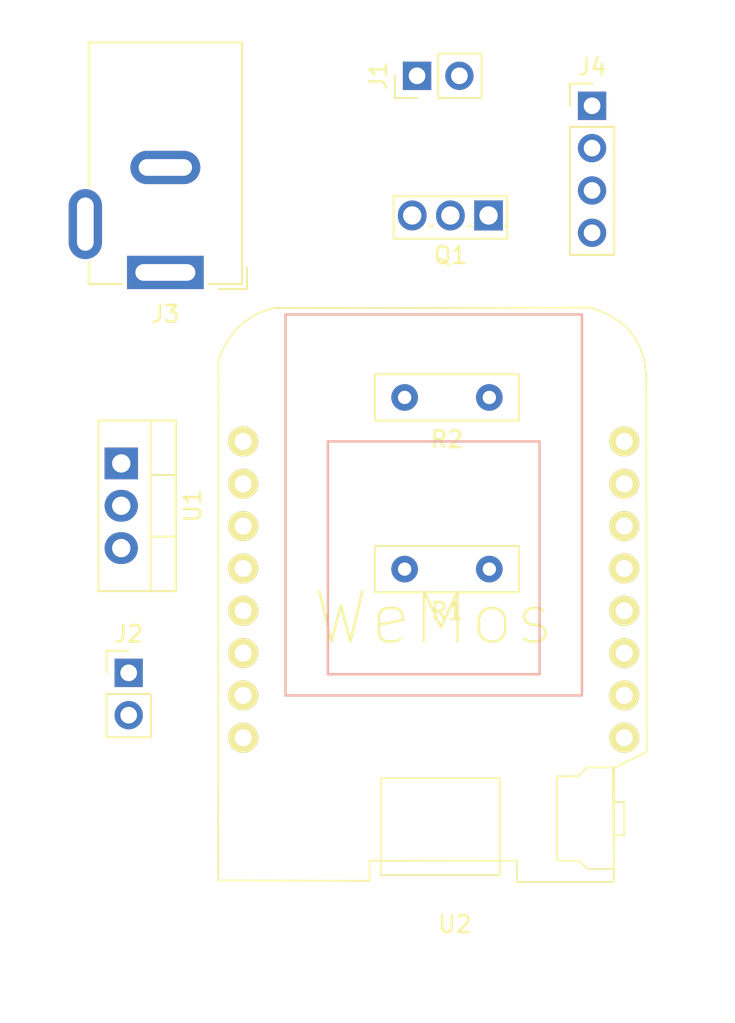
<source format=kicad_pcb>
(kicad_pcb (version 20211014) (generator pcbnew)
  (layers (0 "F.Cu" signal) (31 "B.Cu" signal) (34 "B.Paste" user) (35 "F.Paste" user) (36 "B.SilkS" user "B.Silkscreen") (37 "F.SilkS" user "F.Silkscreen") (38 "B.Mask" user) (39 "F.Mask" user) (44 "Edge.Cuts" user))
  (net 0 "")
  (net 1 "+12V")
  (net 2 "GND")
  (net 3 "Net-(R1-Pad1)")
  (net 4 "Net-(Q1-Pad1)")
  (net 5 "Net-(J2-Pad1)")
  (net 10 "+5V")
  (net 11 "+3.3V")
  (net 18 "Net-(J1-Pad2)")
  (net 19 "Net-(U2-Pad5)")
  (net 20 "Net-(U2-Pad6)")
  (footprint "Connector_BarrelJack:BarrelJack_GCT_DCJ200-10-A_Horizontal" (layer "F.Cu") (at 126.4 69.2 180)
    (fp_text reference "J3" (at 0 -2.5) (layer "F.SilkS"))
    (fp_text value "Barrel_Jack")
    (fp_line (start -4.6 13.8) (end -4.6 -0.7) (layer "F.SilkS") (width 0.12))
    (fp_line (start 4.6 5.2) (end 4.6 13.8) (layer "F.SilkS") (width 0.12))
    (fp_line (start 4.6 -0.7) (end 4.6 0.6) (layer "F.SilkS") (width 0.12))
    (fp_line (start 2.6 -0.7) (end 4.6 -0.7) (layer "F.SilkS") (width 0.12))
    (fp_line (start -4.6 -0.7) (end -2.6 -0.7) (layer "F.SilkS") (width 0.12))
    (fp_line (start -3.2 -1) (end -4.9 -1) (layer "F.SilkS") (width 0.12))
    (fp_line (start -4.9 -1) (end -4.9 0.3) (layer "F.SilkS") (width 0.12))
    (fp_line (start 4.6 13.8) (end -4.6 13.8) (layer "F.SilkS") (width 0.12))
    (pad "1" thru_hole rect (at 0 0 180) (size 4.6 2) (drill oval 3.6 1) (layers *.Cu *.Mask) (net 1 "+12V"))
    (pad "2" thru_hole oval (at 0 6.3 180) (size 4.2 2) (drill oval 3.2 1) (layers *.Cu *.Mask) (net 2 "GND"))
    (pad "3" thru_hole oval (at 4.8 2.9 180) (size 2 4.2) (drill oval 1 3.2) (layers *.Cu *.Mask))
  )
  (footprint "Package_TO_SOT_THT:TO-251-3_Vertical" (layer "F.Cu") (at 145.79 65.78 180)
    (fp_text reference "Q1" (at 2.29 -2.39) (layer "F.SilkS"))
    (fp_text value "IRLU024NPBF")
    (fp_line (start 5.7 -1.39) (end 5.7 1.15) (layer "F.SilkS") (width 0.12))
    (fp_line (start 3.299 -0.651) (end 3.572 -0.651) (layer "F.SilkS") (width 0.12))
    (fp_line (start -1.12 1.15) (end 5.7 1.15) (layer "F.SilkS") (width 0.12))
    (fp_line (start 1.009 -0.651) (end 1.282 -0.651) (layer "F.SilkS") (width 0.12))
    (fp_line (start 5.589 -0.651) (end 5.7 -0.651) (layer "F.SilkS") (width 0.12))
    (fp_line (start -1.12 -0.651) (end -1.009 -0.651) (layer "F.SilkS") (width 0.12))
    (fp_line (start -1.12 -1.39) (end -1.12 1.15) (layer "F.SilkS") (width 0.12))
    (fp_line (start -1.12 -1.39) (end 5.7 -1.39) (layer "F.SilkS") (width 0.12))
    (pad "1" thru_hole rect (at 0 0 180) (size 1.7175 1.8) (drill 1.1) (layers *.Cu *.Mask) (net 4 "Net-(Q1-Pad1)"))
    (pad "2" thru_hole oval (at 2.29 0 180) (size 1.7175 1.8) (drill 1.1) (layers *.Cu *.Mask) (net 18 "Net-(J1-Pad2)"))
    (pad "3" thru_hole oval (at 4.58 0 180) (size 1.7175 1.8) (drill 1.1) (layers *.Cu *.Mask) (net 2 "GND"))
  )
  (footprint "Connector_PinHeader_2.54mm:PinHeader_1x02_P2.54mm_Vertical" (layer "F.Cu") (at 141.5 57.4 90)
    (fp_text reference "J1" (at 0 -2.33 90) (layer "F.SilkS"))
    (fp_text value "OUT")
    (fp_line (start 1.33 1.27) (end 1.33 3.87) (layer "F.SilkS") (width 0.12))
    (fp_line (start -1.33 -1.33) (end 0 -1.33) (layer "F.SilkS") (width 0.12))
    (fp_line (start -1.33 1.27) (end 1.33 1.27) (layer "F.SilkS") (width 0.12))
    (fp_line (start -1.33 1.27) (end -1.33 3.87) (layer "F.SilkS") (width 0.12))
    (fp_line (start -1.33 3.87) (end 1.33 3.87) (layer "F.SilkS") (width 0.12))
    (fp_line (start -1.33 0) (end -1.33 -1.33) (layer "F.SilkS") (width 0.12))
    (pad "1" thru_hole rect (at 0 0 90) (size 1.7 1.7) (drill 1) (layers *.Cu *.Mask) (net 1 "+12V"))
    (pad "2" thru_hole oval (at 0 2.54 90) (size 1.7 1.7) (drill 1) (layers *.Cu *.Mask) (net 18 "Net-(J1-Pad2)"))
  )
  (footprint "Connector_PinHeader_2.54mm:PinHeader_1x04_P2.54mm_Vertical" (layer "F.Cu") (at 152 59.2)
    (fp_text reference "J4" (at 0 -2.33) (layer "F.SilkS"))
    (fp_text value "I2C")
    (fp_line (start 1.33 1.27) (end 1.33 8.95) (layer "F.SilkS") (width 0.12))
    (fp_line (start -1.33 8.95) (end 1.33 8.95) (layer "F.SilkS") (width 0.12))
    (fp_line (start -1.33 -1.33) (end 0 -1.33) (layer "F.SilkS") (width 0.12))
    (fp_line (start -1.33 1.27) (end -1.33 8.95) (layer "F.SilkS") (width 0.12))
    (fp_line (start -1.33 0) (end -1.33 -1.33) (layer "F.SilkS") (width 0.12))
    (fp_line (start -1.33 1.27) (end 1.33 1.27) (layer "F.SilkS") (width 0.12))
    (pad "1" thru_hole rect (at 0 0) (size 1.7 1.7) (drill 1) (layers *.Cu *.Mask) (net 2 "GND"))
    (pad "2" thru_hole oval (at 0 2.54) (size 1.7 1.7) (drill 1) (layers *.Cu *.Mask) (net 11 "+3.3V"))
    (pad "3" thru_hole oval (at 0 5.08) (size 1.7 1.7) (drill 1) (layers *.Cu *.Mask) (net 19 "Net-(U2-Pad5)"))
    (pad "4" thru_hole oval (at 0 7.62) (size 1.7 1.7) (drill 1) (layers *.Cu *.Mask) (net 20 "Net-(U2-Pad6)"))
  )
  (footprint "Package_TO_SOT_THT:TO-220-3_Vertical" (layer "F.Cu") (at 123.755 80.66 -90)
    (fp_text reference "U1" (at 2.54 -4.27 90) (layer "F.SilkS"))
    (fp_text value "L7805")
    (fp_line (start -2.58 -3.27) (end -2.58 1.371) (layer "F.SilkS") (width 0.12))
    (fp_line (start -2.58 1.371) (end 7.66 1.371) (layer "F.SilkS") (width 0.12))
    (fp_line (start -2.58 -1.76) (end 7.66 -1.76) (layer "F.SilkS") (width 0.12))
    (fp_line (start 0.69 -3.27) (end 0.69 -1.76) (layer "F.SilkS") (width 0.12))
    (fp_line (start 7.66 -3.27) (end 7.66 1.371) (layer "F.SilkS") (width 0.12))
    (fp_line (start 4.391 -3.27) (end 4.391 -1.76) (layer "F.SilkS") (width 0.12))
    (fp_line (start -2.58 -3.27) (end 7.66 -3.27) (layer "F.SilkS") (width 0.12))
    (pad "1" thru_hole rect (at 0 0 270) (size 1.905 2) (drill 1.1) (layers *.Cu *.Mask) (net 1 "+12V"))
    (pad "2" thru_hole oval (at 2.54 0 270) (size 1.905 2) (drill 1.1) (layers *.Cu *.Mask) (net 2 "GND"))
    (pad "3" thru_hole oval (at 5.08 0 270) (size 1.905 2) (drill 1.1) (layers *.Cu *.Mask) (net 5 "Net-(J2-Pad1)"))
  )
  (footprint "Resistor_THT:R_Box_L8.4mm_W2.5mm_P5.08mm" (layer "F.Cu") (at 145.835 76.7 180)
    (fp_text reference "R2" (at 2.54 -2.52) (layer "F.SilkS"))
    (fp_text value "100K")
    (fp_line (start -1.77 -1.39) (end 6.85 -1.39) (layer "F.SilkS") (width 0.12))
    (fp_line (start -1.77 -1.39) (end -1.77 1.39) (layer "F.SilkS") (width 0.12))
    (fp_line (start 6.85 -1.39) (end 6.85 1.39) (layer "F.SilkS") (width 0.12))
    (fp_line (start -1.77 1.39) (end 6.85 1.39) (layer "F.SilkS") (width 0.12))
    (pad "1" thru_hole circle (at 0 0 180) (size 1.6 1.6) (drill 0.8) (layers *.Cu *.Mask) (net 4 "Net-(Q1-Pad1)"))
    (pad "2" thru_hole circle (at 5.08 0 180) (size 1.6 1.6) (drill 0.8) (layers *.Cu *.Mask) (net 2 "GND"))
  )
  (footprint "Connector_PinHeader_2.54mm:PinHeader_1x02_P2.54mm_Vertical" (layer "F.Cu") (at 124.2 93.225)
    (fp_text reference "J2" (at 0 -2.33) (layer "F.SilkS"))
    (fp_text value "Conn_01x02_Female")
    (fp_line (start -1.33 3.87) (end 1.33 3.87) (layer "F.SilkS") (width 0.12))
    (fp_line (start -1.33 0) (end -1.33 -1.33) (layer "F.SilkS") (width 0.12))
    (fp_line (start -1.33 1.27) (end -1.33 3.87) (layer "F.SilkS") (width 0.12))
    (fp_line (start -1.33 -1.33) (end 0 -1.33) (layer "F.SilkS") (width 0.12))
    (fp_line (start 1.33 1.27) (end 1.33 3.87) (layer "F.SilkS") (width 0.12))
    (fp_line (start -1.33 1.27) (end 1.33 1.27) (layer "F.SilkS") (width 0.12))
    (pad "1" thru_hole rect (at 0 0) (size 1.7 1.7) (drill 1) (layers *.Cu *.Mask) (net 5 "Net-(J2-Pad1)"))
    (pad "2" thru_hole oval (at 0 2.54) (size 1.7 1.7) (drill 1) (layers *.Cu *.Mask) (net 10 "+5V"))
  )
  (footprint "Resistor_THT:R_Box_L8.4mm_W2.5mm_P5.08mm" (layer "F.Cu") (at 145.835 87 180)
    (fp_text reference "R1" (at 2.54 -2.52) (layer "F.SilkS"))
    (fp_text value "690")
    (fp_line (start -1.77 -1.39) (end 6.85 -1.39) (layer "F.SilkS") (width 0.12))
    (fp_line (start -1.77 1.39) (end 6.85 1.39) (layer "F.SilkS") (width 0.12))
    (fp_line (start 6.85 -1.39) (end 6.85 1.39) (layer "F.SilkS") (width 0.12))
    (fp_line (start -1.77 -1.39) (end -1.77 1.39) (layer "F.SilkS") (width 0.12))
    (pad "1" thru_hole circle (at 0 0 180) (size 1.6 1.6) (drill 0.8) (layers *.Cu *.Mask) (net 3 "Net-(R1-Pad1)"))
    (pad "2" thru_hole circle (at 5.08 0 180) (size 1.6 1.6) (drill 0.8) (layers *.Cu *.Mask) (net 4 "Net-(Q1-Pad1)"))
  )
  (footprint "wemos_d1_mini:D1_mini_board" (layer "F.Cu") (at 142.5 89.5)
    (fp_text reference "U2" (at 1.27 18.81) (layer "F.SilkS"))
    (fp_text value "WeMos_mini")
    (fp_text user "WeMos" (at 0 0.46) (layer "F.SilkS") (effects (font (size 3 3))))
    (fp_line (start -6.35 -10.16) (end 6.35 -10.16) (layer "B.SilkS") (width 0.15))
    (fp_line (start -6.35 3.81) (end -6.35 -10.16) (layer "B.SilkS") (width 0.15))
    (fp_line (start 6.35 -10.16) (end 6.35 3.81) (layer "B.SilkS") (width 0.15))
    (fp_line (start 6.35 3.81) (end -6.35 3.81) (layer "B.SilkS") (width 0.15))
    (fp_line (start -8.89 5.08) (end 8.89 5.08) (layer "B.SilkS") (width 0.15))
    (fp_line (start -8.89 -17.78) (end -8.89 5.08) (layer "B.SilkS") (width 0.15))
    (fp_line (start 8.89 5.08) (end 8.89 -17.78) (layer "B.SilkS") (width 0.15))
    (fp_line (start 8.89 -17.78) (end -8.89 -17.78) (layer "B.SilkS") (width 0.15))
    (fp_line (start 4.979849 14.993795) (end -3.851373 15.000483) (layer "F.SilkS") (width 0.1))
    (fp_line (start 12.407122 -15.739613) (end 12.635482 -14.984575) (layer "F.SilkS") (width 0.1))
    (fp_line (start -3.849397 16.202736) (end -12.930193 16.176658) (layer "F.SilkS") (width 0.1))
    (fp_line (start 11.666503 -16.894658) (end 12.079595 -16.37146) (layer "F.SilkS") (width 0.1))
    (fp_line (start 12.776026 8.463285) (end 10.83248 9.424181) (layer "F.SilkS") (width 0.1))
    (fp_line (start 11.181445 -17.323743) (end 11.666503 -16.894658) (layer "F.SilkS") (width 0.1))
    (fp_line (start -12.683384 -15.596286) (end -12.399901 -16.141167) (layer "F.SilkS") (width 0.1))
    (fp_line (start -12.930193 16.176658) (end -12.916195 -14.993493) (layer "F.SilkS") (width 0.1))
    (fp_line (start -12.065253 -16.627577) (end -11.678953 -17.054952) (layer "F.SilkS") (width 0.1))
    (fp_line (start 11.431517 11.483738) (end 11.431517 13.476932) (layer "F.SilkS") (width 0.1))
    (fp_line (start 10.83248 9.424181) (end 10.802686 16.232524) (layer "F.SilkS") (width 0.1))
    (fp_line (start 7.40985 14.993876) (end 8.697489 14.993876) (layer "F.SilkS") (width 0.1))
    (fp_line (start 8.697489 14.993876) (end 9.226656 15.487765) (layer "F.SilkS") (width 0.1))
    (fp_line (start 10.796517 15.487765) (end 10.7436 9.402349) (layer "F.SilkS") (width 0.1))
    (fp_line (start 7.40985 9.931515) (end 7.40985 14.993876) (layer "F.SilkS") (width 0.1))
    (fp_line (start -3.17965 15.865188) (end -3.17965 10.051451) (layer "F.SilkS") (width 0.1))
    (fp_line (start 10.817472 16.277228) (end 5.00618 16.277228) (layer "F.SilkS") (width 0.1))
    (fp_line (start 8.662211 9.931515) (end 7.40985 9.931515) (layer "F.SilkS") (width 0.1))
    (fp_line (start -3.17965 10.051451) (end 3.959931 10.051451) (layer "F.SilkS") (width 0.1))
    (fp_line (start -12.399901 -16.141167) (end -12.065253 -16.627577) (layer "F.SilkS") (width 0.1))
    (fp_line (start 12.079595 -16.37146) (end 12.407122 -15.739613) (layer "F.SilkS") (width 0.1))
    (fp_line (start -10.20525 -17.97731) (end -9.607453 -18.162976) (layer "F.SilkS") (width 0.1))
    (fp_line (start -11.678953 -17.054952) (end -11.240512 -17.422741) (layer "F.SilkS") (width 0.1))
    (fp_line (start 9.226656 15.487765) (end 10.796517 15.487765) (layer "F.SilkS") (width 0.1))
    (fp_line (start -12.916195 -14.993493) (end -12.683384 -15.596286) (layer "F.SilkS") (width 0.1))
    (fp_line (start 11.431517 13.476932) (end 10.814156 13.476932) (layer "F.SilkS") (width 0.1))
    (fp_line (start -11.240512 -17.422741) (end -10.74944 -17.730377) (layer "F.SilkS") (width 0.1))
    (fp_line (start 9.43046 -18.191734) (end 10.049824 -17.957741) (layer "F.SilkS") (width 0.1))
    (fp_line (start 12.635482 -14.984575) (end 12.751078 -14.091807) (layer "F.SilkS") (width 0.1))
    (fp_line (start 10.7436 9.402349) (end 9.191378 9.402349) (layer "F.SilkS") (width 0.1))
    (fp_line (start 5.00618 16.277228) (end 4.979849 14.993795) (layer "F.SilkS") (width 0.1))
    (fp_line (start 10.778878 11.483738) (end 11.431517 11.483738) (layer "F.SilkS") (width 0.1))
    (fp_line (start 9.191378 9.402349) (end 8.662211 9.931515) (layer "F.SilkS") (width 0.1))
    (fp_line (start -3.851373 15.000483) (end -3.849397 16.202736) (layer "F.SilkS") (width 0.1))
    (fp_line (start 3.959931 15.865188) (end -3.17965 15.865188) (layer "F.SilkS") (width 0.1))
    (fp_line (start 12.751078 -14.091807) (end 12.776026 8.463285) (layer "F.SilkS") (width 0.1))
    (fp_line (start -9.607453 -18.162976) (end 9.43046 -18.191734) (layer "F.SilkS") (width 0.1))
    (fp_line (start 3.959931 10.051451) (end 3.959931 15.865188) (layer "F.SilkS") (width 0.1))
    (fp_line (start -10.74944 -17.730377) (end -10.20525 -17.97731) (layer "F.SilkS") (width 0.1))
    (fp_line (start 10.638018 -17.673258) (end 11.181445 -17.323743) (layer "F.SilkS") (width 0.1))
    (fp_line (start 10.049824 -17.957741) (end 10.638018 -17.673258) (layer "F.SilkS") (width 0.1))
    (pad "1" thru_hole circle locked (at -11.43 7.62) (size 1.8 1.8) (drill 1.016) (layers *.Cu *.Mask "F.SilkS") (net 10 "+5V"))
    (pad "2" thru_hole circle locked (at -11.43 5.08) (size 1.8 1.8) (drill 1.016) (layers *.Cu *.Mask "F.SilkS") (net 2 "GND"))
    (pad "3" thru_hole circle locked (at -11.43 2.54) (size 1.8 1.8) (drill 1.016) (layers *.Cu *.Mask "F.SilkS"))
    (pad "4" thru_hole circle locked (at -11.43 0) (size 1.8 1.8) (drill 1.016) (layers *.Cu *.Mask "F.SilkS"))
    (pad "5" thru_hole circle locked (at -11.43 -2.54) (size 1.8 1.8) (drill 1.016) (layers *.Cu *.Mask "F.SilkS") (net 19 "Net-(U2-Pad5)"))
    (pad "6" thru_hole circle locked (at -11.43 -5.08) (size 1.8 1.8) (drill 1.016) (layers *.Cu *.Mask "F.SilkS") (net 20 "Net-(U2-Pad6)"))
    (pad "7" thru_hole circle locked (at -11.43 -7.62) (size 1.8 1.8) (drill 1.016) (layers *.Cu *.Mask "F.SilkS"))
    (pad "8" thru_hole circle locked (at -11.43 -10.16) (size 1.8 1.8) (drill 1.016) (layers *.Cu *.Mask "F.SilkS"))
    (pad "9" thru_hole circle locked (at 11.43 -10.16) (size 1.8 1.8) (drill 1.016) (layers *.Cu *.Mask "F.SilkS"))
    (pad "10" thru_hole circle locked (at 11.43 -7.62) (size 1.8 1.8) (drill 1.016) (layers *.Cu *.Mask "F.SilkS"))
    (pad "11" thru_hole circle locked (at 11.43 -5.08) (size 1.8 1.8) (drill 1.016) (layers *.Cu *.Mask "F.SilkS"))
    (pad "12" thru_hole circle locked (at 11.43 -2.54) (size 1.8 1.8) (drill 1.016) (layers *.Cu *.Mask "F.SilkS"))
    (pad "13" thru_hole circle locked (at 11.43 0) (size 1.8 1.8) (drill 1.016) (layers *.Cu *.Mask "F.SilkS"))
    (pad "14" thru_hole circle locked (at 11.43 2.54) (size 1.8 1.8) (drill 1.016) (layers *.Cu *.Mask "F.SilkS"))
    (pad "15" thru_hole circle locked (at 11.43 5.08) (size 1.8 1.8) (drill 1.016) (layers *.Cu *.Mask "F.SilkS") (net 3 "Net-(R1-Pad1)"))
    (pad "16" thru_hole circle locked (at 11.43 7.62) (size 1.8 1.8) (drill 1.016) (layers *.Cu *.Mask "F.SilkS") (net 11 "+3.3V"))
  )
)
</source>
